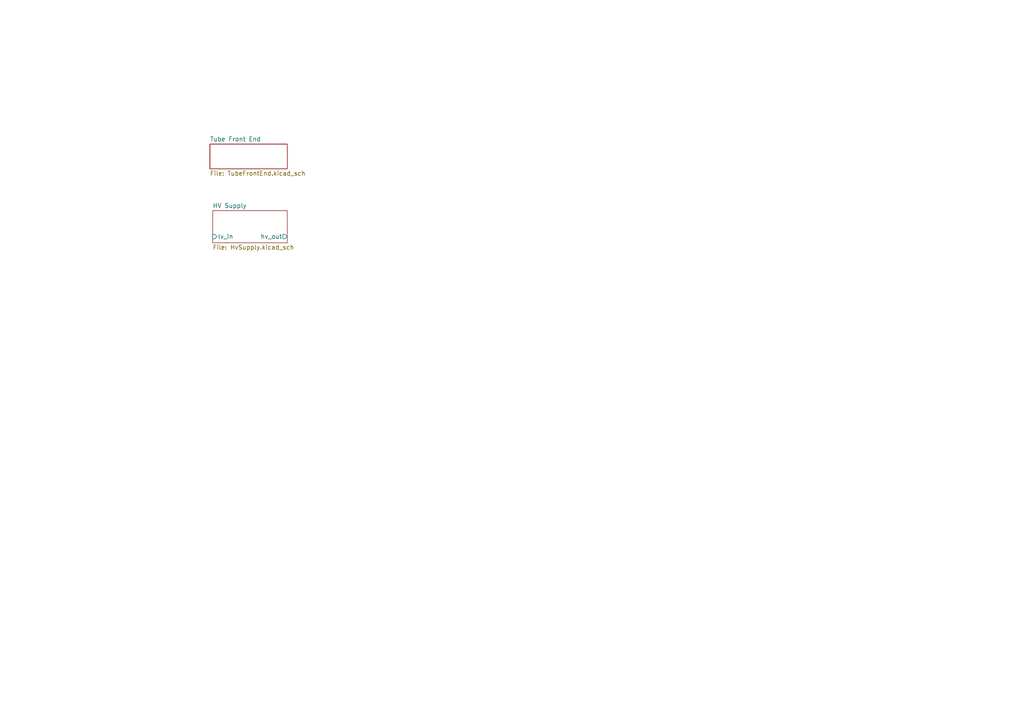
<source format=kicad_sch>
(kicad_sch
	(version 20231120)
	(generator "eeschema")
	(generator_version "8.0")
	(uuid "f37b5056-4078-4818-8bc7-3db6d9f9c6b3")
	(paper "A4")
	(title_block
		(title "Tiny Nixie Clock")
		(date "2024-07-05")
		(rev "V0R0")
		(comment 1 "creativecommons.org/licenses/by/4.0/")
		(comment 2 "Licence: CC BY 4.0")
		(comment 3 "Author: Michal Palič")
	)
	(lib_symbols)
	(sheet
		(at 61.68 61.08)
		(size 21.64 9.36)
		(fields_autoplaced yes)
		(stroke
			(width 0.1)
			(type solid)
		)
		(fill
			(color 0 0 0 0.0000)
		)
		(uuid "2fcecf23-f56b-4ac8-9f42-382ed668edae")
		(property "Sheetname" "HV Supply"
			(at 61.68 60.3946 0)
			(effects
				(font
					(size 1.27 1.27)
				)
				(justify left bottom)
			)
		)
		(property "Sheetfile" "HvSupply.kicad_sch"
			(at 61.68 70.9984 0)
			(effects
				(font
					(size 1.27 1.27)
				)
				(justify left top)
			)
		)
		(pin "hv_out" output
			(at 83.32 68.6 0)
			(effects
				(font
					(size 1.27 1.27)
				)
				(justify right)
			)
			(uuid "dfb63a89-8b58-4e03-85be-73ca86ab5d6d")
		)
		(pin "lv_in" input
			(at 61.68 68.6 180)
			(effects
				(font
					(size 1.27 1.27)
				)
				(justify left)
			)
			(uuid "bf28220f-0e63-43bd-afbd-f342720e9dbb")
		)
		(instances
			(project "nixie_clock"
				(path "/f37b5056-4078-4818-8bc7-3db6d9f9c6b3"
					(page "2")
				)
			)
		)
	)
	(sheet
		(at 60.88 41.8)
		(size 22.44 7.16)
		(fields_autoplaced yes)
		(stroke
			(width 0.1524)
			(type solid)
		)
		(fill
			(color 0 0 0 0.0000)
		)
		(uuid "461e92f6-6e44-4547-b7f4-da2cd933f7ed")
		(property "Sheetname" "Tube Front End"
			(at 60.88 41.0884 0)
			(effects
				(font
					(size 1.27 1.27)
				)
				(justify left bottom)
			)
		)
		(property "Sheetfile" "TubeFrontEnd.kicad_sch"
			(at 60.88 49.5446 0)
			(effects
				(font
					(size 1.27 1.27)
				)
				(justify left top)
			)
		)
		(instances
			(project "nixie_clock"
				(path "/f37b5056-4078-4818-8bc7-3db6d9f9c6b3"
					(page "3")
				)
			)
		)
	)
	(sheet_instances
		(path "/"
			(page "1")
		)
	)
)

</source>
